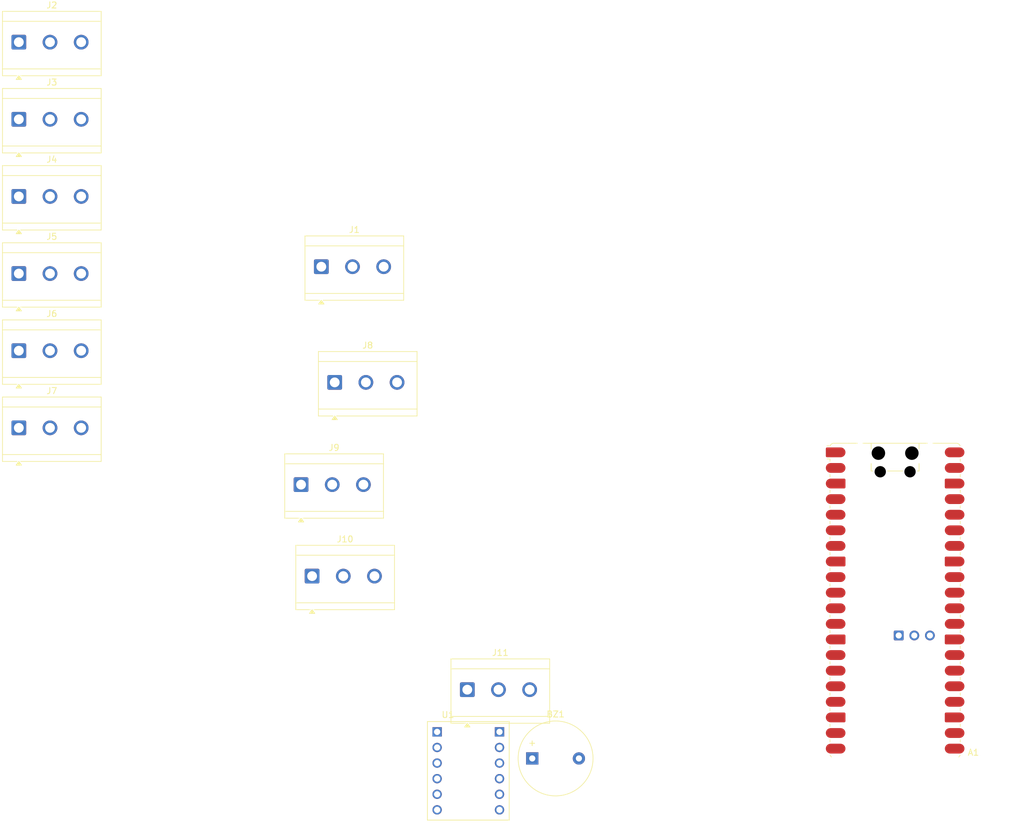
<source format=kicad_pcb>
(kicad_pcb (version 20241229) (generator "pcbnew") (generator_version "9.0")
  (layers (0 "F.Cu" signal) (2 "B.Cu" signal) (13 "F.Paste" user) (15 "B.Paste" user) (5 "F.SilkS" user "F.Silkscreen") (7 "B.SilkS" user "B.Silkscreen") (1 "F.Mask" user) (3 "B.Mask" user) (25 "Edge.Cuts" user))
  (net 0 "")
  (net 1 "eletroima_3v3")
  (net 2 "GND")
  (net 3 "5v")
  (net 5 "botao 1")
  (net 7 "step_X")
  (net 9 "sda display_3v3")
  (net 10 "mosi")
  (net 11 "dir_Y")
  (net 14 "step_Z")
  (net 15 "dir_Z")
  (net 16 "miso")
  (net 18 "CLK {slash} SCK")
  (net 20 "dir_X")
  (net 21 "sda{slash}CS")
  (net 23 "scl display_3v3")
  (net 24 "Net-(A1-GPIO12)")
  (net 26 "vcc")
  (net 28 "step_Y")
  (net 30 "botao 2")
  (net 33 "RST")
  (net 35 "3v3")
  (net 41 "scl display")
  (net 42 "sda display")
  (net 46 "eletroima")
  (footprint "TerminalBlock_CUI:TerminalBlock_CUI_TB007-508-03_1x03_P5.08mm_Horizontal" (layer "F.Cu") (at 52.34 42)
    (property "Reference" "J1" (at 5.38 -6.02 0) (layer "F.SilkS"))
    (property "Value" "TB007-508-03BE")
    (fp_line (start -2.66 -5.02) (end -2.66 5.47) (stroke (width 0.12)) (layer "F.SilkS"))
    (fp_line (start -2.66 -5.02) (end 13.42 -5.02) (stroke (width 0.12)) (layer "F.SilkS"))
    (fp_line (start -2.66 -3.4) (end 13.42 -3.4) (stroke (width 0.12)) (layer "F.SilkS"))
    (fp_line (start -2.66 4.35) (end 13.42 4.35) (stroke (width 0.12)) (layer "F.SilkS"))
    (fp_line (start -2.66 5.47) (end -0.3 5.47) (stroke (width 0.12)) (layer "F.SilkS"))
    (fp_line (start 0.3 5.47) (end 13.42 5.47) (stroke (width 0.12)) (layer "F.SilkS"))
    (fp_line (start 13.42 -5.02) (end 13.42 5.47) (stroke (width 0.12)) (layer "F.SilkS"))
    (fp_poly (pts (xy 0 5.47) (xy 0.44 6.08) (xy -0.44 6.08)) (stroke (width 0.12)) (fill yes) (layer "F.SilkS"))
    (pad "1" thru_hole roundrect (at 0 0) (size 2.4 2.4) (drill 1.6) (layers "*.Cu" "*.Mask") (roundrect_rratio 0.104167) (net 35 "3v3"))
    (pad "2" thru_hole circle (at 5.08 0) (size 2.4 2.4) (drill 1.6) (layers "*.Cu" "*.Mask"))
    (pad "3" thru_hole circle (at 10.16 0) (size 2.4 2.4) (drill 1.6) (layers "*.Cu" "*.Mask") (net 2 "GND"))
  )
  (footprint "TerminalBlock_CUI:TerminalBlock_CUI_TB007-508-03_1x03_P5.08mm_Horizontal" (layer "F.Cu") (at 54.52 60.8425)
    (property "Reference" "J8" (at 5.38 -6.02 0) (layer "F.SilkS"))
    (property "Value" "TB007-508-03BE")
    (fp_line (start -2.66 -5.02) (end -2.66 5.47) (stroke (width 0.12)) (layer "F.SilkS"))
    (fp_line (start -2.66 -5.02) (end 13.42 -5.02) (stroke (width 0.12)) (layer "F.SilkS"))
    (fp_line (start -2.66 -3.4) (end 13.42 -3.4) (stroke (width 0.12)) (layer "F.SilkS"))
    (fp_line (start -2.66 4.35) (end 13.42 4.35) (stroke (width 0.12)) (layer "F.SilkS"))
    (fp_line (start -2.66 5.47) (end -0.3 5.47) (stroke (width 0.12)) (layer "F.SilkS"))
    (fp_line (start 0.3 5.47) (end 13.42 5.47) (stroke (width 0.12)) (layer "F.SilkS"))
    (fp_line (start 13.42 -5.02) (end 13.42 5.47) (stroke (width 0.12)) (layer "F.SilkS"))
    (fp_poly (pts (xy 0 5.47) (xy 0.44 6.08) (xy -0.44 6.08)) (stroke (width 0.12)) (fill yes) (layer "F.SilkS"))
    (pad "1" thru_hole roundrect (at 0 0) (size 2.4 2.4) (drill 1.6) (layers "*.Cu" "*.Mask") (roundrect_rratio 0.104167) (net 16 "miso"))
    (pad "2" thru_hole circle (at 5.08 0) (size 2.4 2.4) (drill 1.6) (layers "*.Cu" "*.Mask"))
    (pad "3" thru_hole circle (at 10.16 0) (size 2.4 2.4) (drill 1.6) (layers "*.Cu" "*.Mask") (net 33 "RST"))
  )
  (footprint "TerminalBlock_CUI:TerminalBlock_CUI_TB007-508-03_1x03_P5.08mm_Horizontal" (layer "F.Cu") (at 3.065 68.25)
    (property "Reference" "J7" (at 5.38 -6.02 0) (layer "F.SilkS"))
    (property "Value" "TB007-508-03BE")
    (fp_line (start -2.66 -5.02) (end -2.66 5.47) (stroke (width 0.12)) (layer "F.SilkS"))
    (fp_line (start -2.66 -5.02) (end 13.42 -5.02) (stroke (width 0.12)) (layer "F.SilkS"))
    (fp_line (start -2.66 -3.4) (end 13.42 -3.4) (stroke (width 0.12)) (layer "F.SilkS"))
    (fp_line (start -2.66 4.35) (end 13.42 4.35) (stroke (width 0.12)) (layer "F.SilkS"))
    (fp_line (start -2.66 5.47) (end -0.3 5.47) (stroke (width 0.12)) (layer "F.SilkS"))
    (fp_line (start 0.3 5.47) (end 13.42 5.47) (stroke (width 0.12)) (layer "F.SilkS"))
    (fp_line (start 13.42 -5.02) (end 13.42 5.47) (stroke (width 0.12)) (layer "F.SilkS"))
    (fp_poly (pts (xy 0 5.47) (xy 0.44 6.08) (xy -0.44 6.08)) (stroke (width 0.12)) (fill yes) (layer "F.SilkS"))
    (pad "1" thru_hole roundrect (at 0 0) (size 2.4 2.4) (drill 1.6) (layers "*.Cu" "*.Mask") (roundrect_rratio 0.104167) (net 15 "dir_Z"))
    (pad "2" thru_hole circle (at 5.08 0) (size 2.4 2.4) (drill 1.6) (layers "*.Cu" "*.Mask"))
    (pad "3" thru_hole circle (at 10.16 0) (size 2.4 2.4) (drill 1.6) (layers "*.Cu" "*.Mask") (net 14 "step_Z"))
  )
  (footprint "TerminalBlock_CUI:TerminalBlock_CUI_TB007-508-03_1x03_P5.08mm_Horizontal" (layer "F.Cu") (at 3.065 30.555)
    (property "Reference" "J4" (at 5.38 -6.02 0) (layer "F.SilkS"))
    (property "Value" "TB007-508-03BE")
    (fp_line (start -2.66 -5.02) (end -2.66 5.47) (stroke (width 0.12)) (layer "F.SilkS"))
    (fp_line (start -2.66 -5.02) (end 13.42 -5.02) (stroke (width 0.12)) (layer "F.SilkS"))
    (fp_line (start -2.66 -3.4) (end 13.42 -3.4) (stroke (width 0.12)) (layer "F.SilkS"))
    (fp_line (start -2.66 4.35) (end 13.42 4.35) (stroke (width 0.12)) (layer "F.SilkS"))
    (fp_line (start -2.66 5.47) (end -0.3 5.47) (stroke (width 0.12)) (layer "F.SilkS"))
    (fp_line (start 0.3 5.47) (end 13.42 5.47) (stroke (width 0.12)) (layer "F.SilkS"))
    (fp_line (start 13.42 -5.02) (end 13.42 5.47) (stroke (width 0.12)) (layer "F.SilkS"))
    (fp_poly (pts (xy 0 5.47) (xy 0.44 6.08) (xy -0.44 6.08)) (stroke (width 0.12)) (fill yes) (layer "F.SilkS"))
    (pad "1" thru_hole roundrect (at 0 0) (size 2.4 2.4) (drill 1.6) (layers "*.Cu" "*.Mask") (roundrect_rratio 0.104167))
    (pad "2" thru_hole circle (at 5.08 0) (size 2.4 2.4) (drill 1.6) (layers "*.Cu" "*.Mask"))
    (pad "3" thru_hole circle (at 10.16 0) (size 2.4 2.4) (drill 1.6) (layers "*.Cu" "*.Mask") (net 46 "eletroima"))
  )
  (footprint "TerminalBlock_CUI:TerminalBlock_CUI_TB007-508-03_1x03_P5.08mm_Horizontal" (layer "F.Cu") (at 3.065 5.425)
    (property "Reference" "J2" (at 5.38 -6.02 0) (layer "F.SilkS"))
    (property "Value" "TB007-508-03BE")
    (fp_line (start -2.66 -5.02) (end -2.66 5.47) (stroke (width 0.12)) (layer "F.SilkS"))
    (fp_line (start -2.66 -5.02) (end 13.42 -5.02) (stroke (width 0.12)) (layer "F.SilkS"))
    (fp_line (start -2.66 -3.4) (end 13.42 -3.4) (stroke (width 0.12)) (layer "F.SilkS"))
    (fp_line (start -2.66 4.35) (end 13.42 4.35) (stroke (width 0.12)) (layer "F.SilkS"))
    (fp_line (start -2.66 5.47) (end -0.3 5.47) (stroke (width 0.12)) (layer "F.SilkS"))
    (fp_line (start 0.3 5.47) (end 13.42 5.47) (stroke (width 0.12)) (layer "F.SilkS"))
    (fp_line (start 13.42 -5.02) (end 13.42 5.47) (stroke (width 0.12)) (layer "F.SilkS"))
    (fp_poly (pts (xy 0 5.47) (xy 0.44 6.08) (xy -0.44 6.08)) (stroke (width 0.12)) (fill yes) (layer "F.SilkS"))
    (pad "1" thru_hole roundrect (at 0 0) (size 2.4 2.4) (drill 1.6) (layers "*.Cu" "*.Mask") (roundrect_rratio 0.104167) (net 2 "GND"))
    (pad "2" thru_hole circle (at 5.08 0) (size 2.4 2.4) (drill 1.6) (layers "*.Cu" "*.Mask"))
    (pad "3" thru_hole circle (at 10.16 0) (size 2.4 2.4) (drill 1.6) (layers "*.Cu" "*.Mask") (net 3 "5v"))
  )
  (footprint "level_shifter:CONV_BOB-12009_level_shifter" (layer "F.Cu") (at 76.285 124.125)
    (property "Reference" "U1" (at -3.325 -9.135 0) (layer "F.SilkS"))
    (property "Value" "logic_level_conversor")
    (fp_line (start -6.665 -8.025) (end 6.665 -8.025) (stroke (width 0.127)) (layer "F.SilkS"))
    (fp_line (start -6.665 8.025) (end -6.665 -8.025) (stroke (width 0.127)) (layer "F.SilkS"))
    (fp_line (start 6.665 -8.025) (end 6.665 8.025) (stroke (width 0.127)) (layer "F.SilkS"))
    (fp_line (start 6.665 8.025) (end -6.665 8.025) (stroke (width 0.127)) (layer "F.SilkS"))
    (pad "GND_1" thru_hole circle (at 5.08 1.27) (size 1.524 1.524) (drill 1.016) (layers "*.Cu" "*.Mask") (net 2 "GND"))
    (pad "GND_2" thru_hole circle (at -5.08 1.27) (size 1.524 1.524) (drill 1.016) (layers "*.Cu" "*.Mask") (net 2 "GND"))
    (pad "HV" thru_hole circle (at 5.08 -1.27) (size 1.524 1.524) (drill 1.016) (layers "*.Cu" "*.Mask") (net 3 "5v"))
    (pad "HV1" thru_hole rect (at 5.08 -6.35) (size 1.524 1.524) (drill 1.016) (layers "*.Cu" "*.Mask") (net 41 "scl display"))
    (pad "HV2" thru_hole circle (at 5.08 -3.81) (size 1.524 1.524) (drill 1.016) (layers "*.Cu" "*.Mask") (net 42 "sda display"))
    (pad "HV3" thru_hole circle (at 5.08 3.81) (size 1.524 1.524) (drill 1.016) (layers "*.Cu" "*.Mask") (net 46 "eletroima"))
    (pad "HV4" thru_hole circle (at 5.08 6.35) (size 1.524 1.524) (drill 1.016) (layers "*.Cu" "*.Mask"))
    (pad "LV" thru_hole circle (at -5.08 -1.27) (size 1.524 1.524) (drill 1.016) (layers "*.Cu" "*.Mask") (net 35 "3v3"))
    (pad "LV1" thru_hole rect (at -5.08 -6.35) (size 1.524 1.524) (drill 1.016) (layers "*.Cu" "*.Mask") (net 23 "scl display_3v3"))
    (pad "LV2" thru_hole circle (at -5.08 -3.81) (size 1.524 1.524) (drill 1.016) (layers "*.Cu" "*.Mask") (net 9 "sda display_3v3"))
    (pad "LV3" thru_hole circle (at -5.08 3.81) (size 1.524 1.524) (drill 1.016) (layers "*.Cu" "*.Mask") (net 1 "eletroima_3v3"))
    (pad "LV4" thru_hole circle (at -5.08 6.35) (size 1.524 1.524) (drill 1.016) (layers "*.Cu" "*.Mask"))
  )
  (footprint "Buzzer_Beeper:Buzzer_12x9.5RM7.6" (layer "F.Cu") (at 86.7 122.1)
    (property "Reference" "BZ1" (at 3.8 -7.2 0) (layer "F.SilkS"))
    (property "Value" "Buzzer")
    (fp_circle (center 3.8 0) (end 9.9 0) (stroke (width 0.12)) (fill no) (layer "F.SilkS"))
    (fp_text user "+" (at -0.01 -2.54 0) (layer "F.SilkS"))
    (pad "1" thru_hole rect (at 0 0) (size 2 2) (drill 1) (layers "*.Cu" "*.Mask") (net 24 "Net-(A1-GPIO12)"))
    (pad "2" thru_hole circle (at 7.6 0) (size 2 2) (drill 1) (layers "*.Cu" "*.Mask") (net 2 "GND"))
  )
  (footprint "Module:RaspberryPi_Pico_W_SMD_HandSolder" (layer "F.Cu") (at 145.81 96.37)
    (property "Reference" "A1" (at 11.7475 24.765 0) (layer "F.SilkS") (effects (justify left)))
    (property "Value" "RaspberryPi_Pico_W")
    (fp_line (start -10.61 -23.07) (end -11.09 -23.07) (stroke (width 0.12)) (layer "F.SilkS"))
    (fp_line (start -10.61 -23.07) (end -10.61 -22.65) (stroke (width 0.12)) (layer "F.SilkS"))
    (fp_line (start -10.61 -20.53) (end -10.61 -20.11) (stroke (width 0.12)) (layer "F.SilkS"))
    (fp_line (start -10.61 -17.99) (end -10.61 -17.57) (stroke (width 0.12)) (layer "F.SilkS"))
    (fp_line (start -10.61 -15.45) (end -10.61 -15.03) (stroke (width 0.12)) (layer "F.SilkS"))
    (fp_line (start -10.61 -12.91) (end -10.61 -12.49) (stroke (width 0.12)) (layer "F.SilkS"))
    (fp_line (start -10.61 -10.37) (end -10.61 -9.95) (stroke (width 0.12)) (layer "F.SilkS"))
    (fp_line (start -10.61 -7.83) (end -10.61 -7.41) (stroke (width 0.12)) (layer "F.SilkS"))
    (fp_line (start -10.61 -5.29) (end -10.61 -4.87) (stroke (width 0.12)) (layer "F.SilkS"))
    (fp_line (start -10.61 -2.75) (end -10.61 -2.33) (stroke (width 0.12)) (layer "F.SilkS"))
    (fp_line (start -10.61 -0.21) (end -10.61 0.21) (stroke (width 0.12)) (layer "F.SilkS"))
    (fp_line (start -10.61 2.33) (end -10.61 2.75) (stroke (width 0.12)) (layer "F.SilkS"))
    (fp_line (start -10.61 4.87) (end -10.61 5.29) (stroke (width 0.12)) (layer "F.SilkS"))
    (fp_line (start -10.61 7.41) (end -10.61 7.83) (stroke (width 0.12)) (layer "F.SilkS"))
    (fp_line (start -10.61 9.95) (end -10.61 10.37) (stroke (width 0.12)) (layer "F.SilkS"))
    (fp_line (start -10.61 12.49) (end -10.61 12.91) (stroke (width 0.12)) (layer "F.SilkS"))
    (fp_line (start -10.61 15.03) (end -10.61 15.45) (stroke (width 0.12)) (layer "F.SilkS"))
    (fp_line (start -10.61 17.57) (end -10.61 17.99) (stroke (width 0.12)) (layer "F.SilkS"))
    (fp_line (start -10.61 20.11) (end -10.61 20.53) (stroke (width 0.12)) (layer "F.SilkS"))
    (fp_line (start -10.61 22.65) (end -10.61 23.07) (stroke (width 0.12)) (layer "F.SilkS"))
    (fp_line (start -10.579676 -25.19) (end -11.09 -25.19) (stroke (width 0.12)) (layer "F.SilkS"))
    (fp_line (start -10 -25.61) (end -7.51 -25.61) (stroke (width 0.12)) (layer "F.SilkS"))
    (fp_line (start -7.51 -25.61) (end -6.16206 -25.61) (stroke (width 0.12)) (layer "F.SilkS"))
    (fp_line (start -5.237939 -25.61) (end -4.235 -25.61) (stroke (width 0.12)) (layer "F.SilkS"))
    (fp_line (start -4.235 -25.61) (end 4.235 -25.61) (stroke (width 0.12)) (layer "F.SilkS"))
    (fp_line (start -3.9 -25.61) (end -3.9 -24.694) (stroke (width 0.12)) (layer "F.SilkS"))
    (fp_line (start -3.9 -22.306) (end -3.9 -21.09) (stroke (width 0.12)) (layer "F.SilkS"))
    (fp_line (start -3.9 -21.09) (end -3.60391 -21.09) (stroke (width 0.12)) (layer "F.SilkS"))
    (fp_line (start -1.24609 -21.09) (end 1.24609 -21.09) (stroke (width 0.12)) (layer "F.SilkS"))
    (fp_line (start 3.60391 -21.09) (end 3.9 -21.09) (stroke (width 0.12)) (layer "F.SilkS"))
    (fp_line (start 3.9 -25.61) (end 3.9 -24.694) (stroke (width 0.12)) (layer "F.SilkS"))
    (fp_line (start 3.9 -22.306) (end 3.9 -21.09) (stroke (width 0.12)) (layer "F.SilkS"))
    (fp_line (start 4.235 -25.61) (end 5.237939 -25.61) (stroke (width 0.12)) (layer "F.SilkS"))
    (fp_line (start 6.162061 -25.61) (end 7.51 -25.61) (stroke (width 0.12)) (layer "F.SilkS"))
    (fp_line (start 10 -25.61) (end 7.51 -25.61) (stroke (width 0.12)) (layer "F.SilkS"))
    (fp_line (start 10.61 -23.07) (end 10.61 -22.65) (stroke (width 0.12)) (layer "F.SilkS"))
    (fp_line (start 10.61 -20.53) (end 10.61 -20.11) (stroke (width 0.12)) (layer "F.SilkS"))
    (fp_line (start 10.61 -17.99) (end 10.61 -17.57) (stroke (width 0.12)) (layer "F.SilkS"))
    (fp_line (start 10.61 -15.45) (end 10.61 -15.03) (stroke (width 0.12)) (layer "F.SilkS"))
    (fp_line (start 10.61 -12.91) (end 10.61 -12.49) (stroke (width 0.12)) (layer "F.SilkS"))
    (fp_line (start 10.61 -10.37) (end 10.61 -9.95) (stroke (width 0.12)) (layer "F.SilkS"))
    (fp_line (start 10.61 -7.83) (end 10.61 -7.41) (stroke (width 0.12)) (layer "F.SilkS"))
    (fp_line (start 10.61 -5.29) (end 10.61 -4.87) (stroke (width 0.12)) (layer "F.SilkS"))
    (fp_line (start 10.61 -2.75) (end 10.61 -2.33) (stroke (width 0.12)) (layer "F.SilkS"))
    (fp_line (start 10.61 -0.21) (end 10.61 0.21) (stroke (width 0.12)) (layer "F.SilkS"))
    (fp_line (start 10.61 2.33) (end 10.61 2.75) (stroke (width 0.12)) (layer "F.SilkS"))
    (fp_line (start 10.61 4.87) (end 10.61 5.29) (stroke (width 0.12)) (layer "F.SilkS"))
    (fp_line (start 10.61 7.41) (end 10.61 7.83) (stroke (width 0.12)) (layer "F.SilkS"))
    (fp_line (start 10.61 9.95) (end 10.61 10.37) (stroke (width 0.12)) (layer "F.SilkS"))
    (fp_line (start 10.61 12.49) (end 10.61 12.91) (stroke (width 0.12)) (layer "F.SilkS"))
    (fp_line (start 10.61 15.03) (end 10.61 15.45) (stroke (width 0.12)) (layer "F.SilkS"))
    (fp_line (start 10.61 17.57) (end 10.61 17.99) (stroke (width 0.12)) (layer "F.SilkS"))
    (fp_line (start 10.61 20.11) (end 10.61 20.53) (stroke (width 0.12)) (layer "F.SilkS"))
    (fp_line (start 10.61 22.65) (end 10.61 23.07) (stroke (width 0.12)) (layer "F.SilkS"))
    (fp_arc (start -10.579676 -25.19) (mid -10.357938 -25.493944) (end -10 -25.61) (stroke (width 0.12)) (layer "F.SilkS"))
    (fp_arc (start -10.363318 25.49) (mid -10.494791 25.356765) (end -10.579676 25.189937) (stroke (width 0.12)) (layer "F.SilkS"))
    (fp_arc (start 10 -25.61) (mid 10.357937 -25.493944) (end 10.579676 -25.189937) (stroke (width 0.12)) (layer "F.SilkS"))
    (fp_arc (start 10.579676 25.189937) (mid 10.494803 25.356773) (end 10.363318 25.49) (stroke (width 0.12)) (layer "F.SilkS"))
    (pad "" smd rect (at -8.89 -24.13) (size 3.8 2.2) (drill (offset -0.8 0)) (layers "F.Paste"))
    (pad "" smd rect (at -8.89 -21.59) (size 3.8 2.2) (drill (offset -0.8 0)) (layers "F.Paste"))
    (pad "" smd rect (at -8.89 -19.05) (size 3.8 2.2) (drill (offset -0.8 0)) (layers "F.Paste"))
    (pad "" smd rect (at -8.89 -16.51) (size 3.8 2.2) (drill (offset -0.8 0)) (layers "F.Paste"))
    (pad "" smd rect (at -8.89 -13.97) (size 3.8 2.2) (drill (offset -0.8 0)) (layers "F.Paste"))
    (pad "" smd rect (at -8.89 -11.43) (size 3.8 2.2) (drill (offset -0.8 0)) (layers "F.Paste"))
    (pad "" smd rect (at -8.89 -8.89) (size 3.8 2.2) (drill (offset -0.8 0)) (layers "F.Paste"))
    (pad "" smd rect (at -8.89 -6.35) (size 3.8 2.2) (drill (offset -0.8 0)) (layers "F.Paste"))
    (pad "" smd rect (at -8.89 -3.81) (size 3.8 2.2) (drill (offset -0.8 0)) (layers "F.Paste"))
    (pad "" smd rect (at -8.89 -1.27) (size 3.8 2.2) (drill (offset -0.8 0)) (layers "F.Paste"))
    (pad "" smd rect (at -8.89 1.27) (size 3.8 2.2) (drill (offset -0.8 0)) (layers "F.Paste"))
    (pad "" smd rect (at -8.89 3.81) (size 3.8 2.2) (drill (offset -0.8 0)) (layers "F.Paste"))
    (pad "" smd rect (at -8.89 6.35) (size 3.8 2.2) (drill (offset -0.8 0)) (layers "F.Paste"))
    (pad "" smd rect (at -8.89 8.89) (size 3.8 2.2) (drill (offset -0.8 0)) (layers "F.Paste"))
    (pad "" smd rect (at -8.89 11.43) (size 3.8 2.2) (drill (offset -0.8 0)) (layers "F.Paste"))
    (pad "" smd rect (at -8.89 13.97) (size 3.8 2.2) (drill (offset -0.8 0)) (layers "F.Paste"))
    (pad "" smd rect (at -8.89 16.51) (size 3.8 2.2) (drill (offset -0.8 0)) (layers "F.Paste"))
    (pad "" smd rect (at -8.89 19.05) (size 3.8 2.2) (drill (offset -0.8 0)) (layers "F.Paste"))
    (pad "" smd rect (at -8.89 21.59) (size 3.8 2.2) (drill (offset -0.8 0)) (layers "F.Paste"))
    (pad "" smd rect (at -8.89 24.13) (size 3.8 2.2) (drill (offset -0.8 0)) (layers "F.Paste"))
    (pad "" np_thru_hole circle (at -2.725 -24) (size 2.2 2.2) (drill 2.2) (layers "*.Mask"))
    (pad "" np_thru_hole circle (at -2.425 -20.97) (size 1.85 1.85) (drill 1.85) (layers "*.Mask"))
    (pad "" np_thru_hole circle (at 2.425 -20.97) (size 1.85 1.85) (drill 1.85) (layers "*.Mask"))
    (pad "" np_thru_hole circle (at 2.725 -24) (size 2.2 2.2) (drill 2.2) (layers "*.Mask"))
    (pad "" smd rect (at 8.89 -24.13) (size 3.8 2.2) (drill (offset 0.8 0)) (layers "F.Paste"))
    (pad "" smd rect (at 8.89 -21.59) (size 3.8 2.2) (drill (offset 0.8 0)) (layers "F.Paste"))
    (pad "" smd rect (at 8.89 -19.05) (size 3.8 2.2) (drill (offset 0.8 0)) (layers "F.Paste"))
    (pad "" smd rect (at 8.89 -16.51) (size 3.8 2.2) (drill (offset 0.8 0)) (layers "F.Paste"))
    (pad "" smd rect (at 8.89 -13.97) (size 3.8 2.2) (drill (offset 0.8 0)) (layers "F.Paste"))
    (pad "" smd rect (at 8.89 -11.43) (size 3.8 2.2) (drill (offset 0.8 0)) (layers "F.Paste"))
    (pad "" smd rect (at 8.89 -8.89) (size 3.8 2.2) (drill (offset 0.8 0)) (layers "F.Paste"))
    (pad "" smd rect (at 8.89 -6.35) (size 3.8 2.2) (drill (offset 0.8 0)) (layers "F.Paste"))
    (pad "" smd rect (at 8.89 -3.81) (size 3.8 2.2) (drill (offset 0.8 0)) (layers "F.Paste"))
    (pad "" smd rect (at 8.89 -1.27) (size 3.8 2.2) (drill (offset 0.8 0)) (layers "F.Paste"))
    (pad "" smd rect (at 8.89 1.27) (size 3.8 2.2) (drill (offset 0.8 0)) (layers "F.Paste"))
    (pad "" smd rect (at 8.89 3.81) (size 3.8 2.2) (drill (offset 0.8 0)) (layers "F.Paste"))
    (pad "" smd rect (at 8.89 6.35) (size 3.8 2.2) (drill (offset 0.8 0)) (layers "F.Paste"))
    (pad "" smd rect (at 8.89 8.89) (size 3.8 2.2) (drill (offset 0.8 0)) (layers "F.Paste"))
    (pad "" smd rect (at 8.89 11.43) (size 3.8 2.2) (drill (offset 0.8 0)) (layers "F.Paste"))
    (pad "" smd rect (at 8.89 13.97) (size 3.8 2.2) (drill (offset 0.8 0)) (layers "F.Paste"))
    (pad "" smd rect (at 8.89 16.51) (size 3.8 2.2) (drill (offset 0.8 0)) (layers "F.Paste"))
    (pad "" smd rect (at 8.89 19.05) (size 3.8 2.2) (drill (offset 0.8 0)) (layers "F.Paste"))
    (pad "" smd rect (at 8.89 21.59) (size 3.8 2.2) (drill (offset 0.8 0)) (layers "F.Paste"))
    (pad "" smd rect (at 8.89 24.13) (size 3.8 2.2) (drill (offset 0.8 0)) (layers "F.Paste"))
    (pad "1" smd custom (at -9.69 -24.13) (size 1.6 0.8) (layers "F.Cu" "F.Mask") (options (clearance outline) (anchor rect)) (primitives (gr_circle (center 0.8 0) (end 1.6 0) (width 0) (fill yes)) (gr_poly (pts (xy -1.6 -0.6) (xy -1.6 0.6) (xy -1.4 0.8) (xy 0.8 0.8) (xy 0.8 -0.8) (xy -1.4 -0.8)) (width 0) (fill yes)) (gr_circle (center -1.4 -0.6) (end -1.2 -0.6) (width 0) (fill yes)) (gr_circle (center -1.4 0.6) (end -1.2 0.6) (width 0) (fill yes))))
    (pad "2" smd roundrect (at -9.69 -21.59) (size 3.2 1.6) (layers "F.Cu" "F.Mask") (roundrect_rratio 0.5) (net 7 "step_X"))
    (pad "3" smd custom (at -9.69 -19.05) (size 1.6 0.8) (layers "F.Cu" "F.Mask") (net 2 "GND") (options (clearance outline) (anchor rect)) (primitives (gr_circle (center -0.8 0) (end 0 0) (width 0) (fill yes)) (gr_poly (pts (xy 1.6 -0.6) (xy 1.6 0.6) (xy 1.4 0.8) (xy -0.8 0.8) (xy -0.8 -0.8) (xy 1.4 -0.8)) (width 0) (fill yes)) (gr_circle (center 1.4 -0.6) (end 1.6 -0.6) (width 0) (fill yes)) (gr_circle (center 1.4 0.6) (end 1.6 0.6) (width 0) (fill yes))))
    (pad "4" smd roundrect (at -9.69 -16.51) (size 3.2 1.6) (layers "F.Cu" "F.Mask") (roundrect_rratio 0.5) (net 20 "dir_X"))
    (pad "5" smd roundrect (at -9.69 -13.97) (size 3.2 1.6) (layers "F.Cu" "F.Mask") (roundrect_rratio 0.5) (net 33 "RST"))
    (pad "6" smd roundrect (at -9.69 -11.43) (size 3.2 1.6) (layers "F.Cu" "F.Mask") (roundrect_rratio 0.5))
    (pad "7" smd roundrect (at -9.69 -8.89) (size 3.2 1.6) (layers "F.Cu" "F.Mask") (roundrect_rratio 0.5) (net 5 "botao 1"))
    (pad "8" smd custom (at -9.69 -6.35) (size 1.6 0.8) (layers "F.Cu" "F.Mask") (net 2 "GND") (options (clearance outline) (anchor rect)) (primitives (gr_circle (center -0.8 0) (end 0 0) (width 0) (fill yes)) (gr_poly (pts (xy 1.6 -0.6) (xy 1.6 0.6) (xy 1.4 0.8) (xy -0.8 0.8) (xy -0.8 -0.8) (xy 1.4 -0.8)) (width 0) (fill yes)) (gr_circle (center 1.4 -0.6) (end 1.6 -0.6) (width 0) (fill yes)) (gr_circle (center 1.4 0.6) (end 1.6 0.6) (width 0) (fill yes))))
    (pad "9" smd roundrect (at -9.69 -3.81) (size 3.2 1.6) (layers "F.Cu" "F.Mask") (roundrect_rratio 0.5) (net 30 "botao 2"))
    (pad "10" smd roundrect (at -9.69 -1.27) (size 3.2 1.6) (layers "F.Cu" "F.Mask") (roundrect_rratio 0.5) (net 1 "eletroima_3v3"))
    (pad "11" smd roundrect (at -9.69 1.27) (size 3.2 1.6) (layers "F.Cu" "F.Mask") (roundrect_rratio 0.5) (net 9 "sda display_3v3"))
    (pad "12" smd roundrect (at -9.69 3.81) (size 3.2 1.6) (layers "F.Cu" "F.Mask") (roundrect_rratio 0.5) (net 23 "scl display_3v3"))
    (pad "13" smd custom (at -9.69 6.35) (size 1.6 0.8) (layers "F.Cu" "F.Mask") (net 2 "GND") (options (clearance outline) (anchor rect)) (primitives (gr_circle (center -0.8 0) (end 0 0) (width 0) (fill yes)) (gr_poly (pts (xy 1.6 -0.6) (xy 1.6 0.6) (xy 1.4 0.8) (xy -0.8 0.8) (xy -0.8 -0.8) (xy 1.4 -0.8)) (width 0) (fill yes)) (gr_circle (center 1.4 -0.6) (end 1.6 -0.6) (width 0) (fill yes)) (gr_circle (center 1.4 0.6) (end 1.6 0.6) (width 0) (fill yes))))
    (pad "14" smd roundrect (at -9.69 8.89) (size 3.2 1.6) (layers "F.Cu" "F.Mask") (roundrect_rratio 0.5))
    (pad "15" smd roundrect (at -9.69 11.43) (size 3.2 1.6) (layers "F.Cu" "F.Mask") (roundrect_rratio 0.5))
    (pad "16" smd roundrect (at -9.69 13.97) (size 3.2 1.6) (layers "F.Cu" "F.Mask") (roundrect_rratio 0.5) (net 24 "Net-(A1-GPIO12)"))
    (pad "17" smd roundrect (at -9.69 16.51) (size 3.2 1.6) (layers "F.Cu" "F.Mask") (roundrect_rratio 0.5))
    (pad "18" smd custom (at -9.69 19.05) (size 1.6 0.8) (layers "F.Cu" "F.Mask") (net 2 "GND") (options (clearance outline) (anchor rect)) (primitives (gr_circle (center -0.8 0) (end 0 0) (width 0) (fill yes)) (gr_poly (pts (xy 1.6 -0.6) (xy 1.6 0.6) (xy 1.4 0.8) (xy -0.8 0.8) (xy -0.8 -0.8) (xy 1.4 -0.8)) (width 0) (fill yes)) (gr_circle (center 1.4 -0.6) (end 1.6 -0.6) (width 0) (fill yes)) (gr_circle (center 1.4 0.6) (end 1.6 0.6) (width 0) (fill yes))))
    (pad "19" smd roundrect (at -9.69 21.59) (size 3.2 1.6) (layers "F.Cu" "F.Mask") (roundrect_rratio 0.5) (net 28 "step_Y"))
    (pad "20" smd roundrect (at -9.69 24.13) (size 3.2 1.6) (layers "F.Cu" "F.Mask") (roundrect_rratio 0.5) (net 11 "dir_Y"))
    (pad "21" smd roundrect (at 9.69 24.13) (size 3.2 1.6) (layers "F.Cu" "F.Mask") (roundrect_rratio 0.5) (net 16 "miso"))
    (pad "22" smd roundrect (at 9.69 21.59) (size 3.2 1.6) (layers "F.Cu" "F.Mask") (roundrect_rratio 0.5) (net 21 "sda{slash}CS"))
    (pad "23" smd custom (at 9.69 19.05) (size 1.6 0.8) (layers "F.Cu" "F.Mask") (net 2 "GND") (options (clearance outline) (anchor rect)) (primitives (gr_circle (center 0.8 0) (end 1.6 0) (width 0) (fill yes)) (gr_poly (pts (xy -1.6 -0.6) (xy -1.6 0.6) (xy -1.4 0.8) (xy 0.8 0.8) (xy 0.8 -0.8) (xy -1.4 -0.8)) (width 0) (fill yes)) (gr_circle (center -1.4 -0.6) (end -1.2 -0.6) (width 0) (fill yes)) (gr_circle (center -1.4 0.6) (end -1.2 0.6) (width 0) (fill yes))))
    (pad "24" smd roundrect (at 9.69 16.51) (size 3.2 1.6) (layers "F.Cu" "F.Mask") (roundrect_rratio 0.5) (net 18 "CLK {slash} SCK"))
    (pad "25" smd roundrect (at 9.69 13.97) (size 3.2 1.6) (layers "F.Cu" "F.Mask") (roundrect_rratio 0.5) (net 10 "mosi"))
    (pad "26" smd roundrect (at 9.69 11.43) (size 3.2 1.6) (layers "F.Cu" "F.Mask") (roundrect_rratio 0.5))
    (pad "27" smd roundrect (at 9.69 8.89) (size 3.2 1.6) (layers "F.Cu" "F.Mask") (roundrect_rratio 0.5) (net 14 "step_Z"))
    (pad "28" smd custom (at 9.69 6.35) (size 1.6 0.8) (layers "F.Cu" "F.Mask") (net 2 "GND") (options (clearance outline) (anchor rect)) (primitives (gr_circle (center 0.8 0) (end 1.6 0) (width 0) (fill yes)) (gr_poly (pts (xy -1.6 -0.6) (xy -1.6 0.6) (xy -1.4 0.8) (xy 0.8 0.8) (xy 0.8 -0.8) (xy -1.4 -0.8)) (width 0) (fill yes)) (gr_circle (center -1.4 -0.6) (end -1.2 -0.6) (width 0) (fill yes)) (gr_circle (center -1.4 0.6) (end -1.2 0.6) (width 0) (fill yes))))
    (pad "29" smd roundrect (at 9.69 3.81) (size 3.2 1.6) (layers "F.Cu" "F.Mask") (roundrect_rratio 0.5) (net 15 "dir_Z"))
    (pad "30" smd roundrect (at 9.69 1.27) (size 3.2 1.6) (layers "F.Cu" "F.Mask") (roundrect_rratio 0.5))
    (pad "31" smd roundrect (at 9.69 -1.27) (size 3.2 1.6) (layers "F.Cu" "F.Mask") (roundrect_rratio 0.5))
    (pad "32" smd roundrect (at 9.69 -3.81) (size 3.2 1.6) (layers "F.Cu" "F.Mask") (roundrect_rratio 0.5))
    (pad "33" smd custom (at 9.69 -6.35) (size 1.6 0.8) (layers "F.Cu" "F.Mask") (options (clearance outline) (anchor rect)) (primitives (gr_circle (center 0.8 0) (end 1.6 0) (width 0) (fill yes)) (gr_poly (pts (xy -1.6 -0.6) (xy -1.6 0.6) (xy -1.4 0.8) (xy 0.8 0.8) (xy 0.8 -0.8) (xy -1.4 -0.8)) (width 0) (fill yes)) (gr_circle (center -1.4 -0.6) (end -1.2 -0.6) (width 0) (fill yes)) (gr_circle (center -1.4 0.6) (end -1.2 0.6) (width 0) (fill yes))))
    (pad "34" smd roundrect (at 9.69 -8.89) (size 3.2 1.6) (layers "F.Cu" "F.Mask") (roundrect_rratio 0.5))
    (pad "35" smd roundrect (at 9.69 -11.43) (size 3.2 1.6) (layers "F.Cu" "F.Mask") (roundrect_rratio 0.5))
    (pad "36" smd roundrect (at 9.69 -13.97) (size 3.2 1.6) (layers "F.Cu" "F.Mask") (roundrect_rratio 0.5) (net 26 "vcc"))
    (pad "37" smd roundrect (at 9.69 -16.51) (size 3.2 1.6) (layers "F.Cu" "F.Mask") (roundrect_rratio 0.5) (net 26 "vcc"))
    (pad "38" smd custom (at 9.69 -19.05) (size 1.6 0.8) (layers "F.Cu" "F.Mask") (net 2 "GND") (options (clearance outline) (anchor rect)) (primitives (gr_circle (center 0.8 0) (end 1.6 0) (width 0) (fill yes)) (gr_poly (pts (xy -1.6 -0.6) (xy -1.6 0.6) (xy -1.4 0.8) (xy 0.8 0.8) (xy 0.8 -0.8) (xy -1.4 -0.8)) (width 0) (fill yes)) (gr_circle (center -1.4 -0.6) (end -1.2 -0.6) (width 0) (fill yes)) (gr_circle (center -1.4 0.6) (end -1.2 0.6) (width 0) (fill yes))))
    (pad "39" smd roundrect (at 9.69 -21.59) (size 3.2 1.6) (layers "F.Cu" "F.Mask") (roundrect_rratio 0.5))
    (pad "40" smd roundrect (at 9.69 -24.13) (size 3.2 1.6) (layers "F.Cu" "F.Mask") (roundrect_rratio 0.5) (net 3 "5v"))
    (pad "D1" thru_hole roundrect (at 0.5841 5.7) (size 1.6 1.6) (drill 1) (layers "*.Cu" "*.Mask") (roundrect_rratio 0.125))
    (pad "D2" thru_hole circle (at 3.1241 5.7) (size 1.6 1.6) (drill 1) (layers "*.Cu" "*.Mask"))
    (pad "D3" thru_hole circle (at 5.6641 5.7) (size 1.6 1.6) (drill 1) (layers "*.Cu" "*.Mask"))
  )
  (footprint "TerminalBlock_CUI:TerminalBlock_CUI_TB007-508-03_1x03_P5.08mm_Horizontal" (layer "F.Cu") (at 3.065 43.12)
    (property "Reference" "J5" (at 5.38 -6.02 0) (layer "F.SilkS"))
    (property "Value" "TB007-508-03BE")
    (fp_line (start -2.66 -5.02) (end -2.66 5.47) (stroke (width 0.12)) (layer "F.SilkS"))
    (fp_line (start -2.66 -5.02) (end 13.42 -5.02) (stroke (width 0.12)) (layer "F.SilkS"))
    (fp_line (start -2.66 -3.4) (end 13.42 -3.4) (stroke (width 0.12)) (layer "F.SilkS"))
    (fp_line (start -2.66 4.35) (end 13.42 4.35) (stroke (width 0.12)) (layer "F.SilkS"))
    (fp_line (start -2.66 5.47) (end -0.3 5.47) (stroke (width 0.12)) (layer "F.SilkS"))
    (fp_line (start 0.3 5.47) (end 13.42 5.47) (stroke (width 0.12)) (layer "F.SilkS"))
    (fp_line (start 13.42 -5.02) (end 13.42 5.47) (stroke (width 0.12)) (layer "F.SilkS"))
    (fp_poly (pts (xy 0 5.47) (xy 0.44 6.08) (xy -0.44 6.08)) (stroke (width 0.12)) (fill yes) (layer "F.SilkS"))
    (pad "1" thru_hole roundrect (at 0 0) (size 2.4 2.4) (drill 1.6) (layers "*.Cu" "*.Mask") (roundrect_rratio 0.104167) (net 20 "dir_X"))
    (pad "2" thru_hole circle (at 5.08 0) (size 2.4 2.4) (drill 1.6) (layers "*.Cu" "*.Mask"))
    (pad "3" thru_hole circle (at 10.16 0) (size 2.4 2.4) (drill 1.6) (layers "*.Cu" "*.Mask") (net 7 "step_X"))
  )
  (footprint "TerminalBlock_CUI:TerminalBlock_CUI_TB007-508-03_1x03_P5.08mm_Horizontal" (layer "F.Cu") (at 50.84 92.4)
    (property "Reference" "J10" (at 5.38 -6.02 0) (layer "F.SilkS"))
    (property "Value" "TB007-508-03BE")
    (fp_line (start -2.66 -5.02) (end -2.66 5.47) (stroke (width 0.12)) (layer "F.SilkS"))
    (fp_line (start -2.66 -5.02) (end 13.42 -5.02) (stroke (width 0.12)) (layer "F.SilkS"))
    (fp_line (start -2.66 -3.4) (end 13.42 -3.4) (stroke (width 0.12)) (layer "F.SilkS"))
    (fp_line (start -2.66 4.35) (end 13.42 4.35) (stroke (width 0.12)) (layer "F.SilkS"))
    (fp_line (start -2.66 5.47) (end -0.3 5.47) (stroke (width 0.12)) (layer "F.SilkS"))
    (fp_line (start 0.3 5.47) (end 13.42 5.47) (stroke (width 0.12)) (layer "F.SilkS"))
    (fp_line (start 13.42 -5.02) (end 13.42 5.47) (stroke (width 0.12)) (layer "F.SilkS"))
    (fp_poly (pts (xy 0 5.47) (xy 0.44 6.08) (xy -0.44 6.08)) (stroke (width 0.12)) (fill yes) (layer "F.SilkS"))
    (pad "1" thru_hole roundrect (at 0 0) (size 2.4 2.4) (drill 1.6) (layers "*.Cu" "*.Mask") (roundrect_rratio 0.104167) (net 35 "3v3"))
    (pad "2" thru_hole circle (at 5.08 0) (size 2.4 2.4) (drill 1.6) (layers "*.Cu" "*.Mask"))
    (pad "3" thru_hole circle (at 10.16 0) (size 2.4 2.4) (drill 1.6) (layers "*.Cu" "*.Mask") (net 10 "mosi"))
  )
  (footprint "TerminalBlock_CUI:TerminalBlock_CUI_TB007-508-03_1x03_P5.08mm_Horizontal" (layer "F.Cu") (at 3.065 55.685)
    (property "Reference" "J6" (at 5.38 -6.02 0) (layer "F.SilkS"))
    (property "Value" "TB007-508-03BE")
    (fp_line (start -2.66 -5.02) (end -2.66 5.47) (stroke (width 0.12)) (layer "F.SilkS"))
    (fp_line (start -2.66 -5.02) (end 13.42 -5.02) (stroke (width 0.12)) (layer "F.SilkS"))
    (fp_line (start -2.66 -3.4) (end 13.42 -3.4) (stroke (width 0.12)) (layer "F.SilkS"))
    (fp_line (start -2.66 4.35) (end 13.42 4.35) (stroke (width 0.12)) (layer "F.SilkS"))
    (fp_line (start -2.66 5.47) (end -0.3 5.47) (stroke (width 0.12)) (layer "F.SilkS"))
    (fp_line (start 0.3 5.47) (end 13.42 5.47) (stroke (width 0.12)) (layer "F.SilkS"))
    (fp_line (start 13.42 -5.02) (end 13.42 5.47) (stroke (width 0.12)) (layer "F.SilkS"))
    (fp_poly (pts (xy 0 5.47) (xy 0.44 6.08) (xy -0.44 6.08)) (stroke (width 0.12)) (fill yes) (layer "F.SilkS"))
    (pad "1" thru_hole roundrect (at 0 0) (size 2.4 2.4) (drill 1.6) (layers "*.Cu" "*.Mask") (roundrect_rratio 0.104167) (net 11 "dir_Y"))
    (pad "2" thru_hole circle (at 5.08 0) (size 2.4 2.4) (drill 1.6) (layers "*.Cu" "*.Mask"))
    (pad "3" thru_hole circle (at 10.16 0) (size 2.4 2.4) (drill 1.6) (layers "*.Cu" "*.Mask") (net 28 "step_Y"))
  )
  (footprint "TerminalBlock_CUI:TerminalBlock_CUI_TB007-508-03_1x03_P5.08mm_Horizontal" (layer "F.Cu") (at 76.12 110.9)
    (property "Reference" "J11" (at 5.38 -6.02 0) (layer "F.SilkS"))
    (property "Value" "TB007-508-03BE")
    (fp_line (start -2.66 -5.02) (end -2.66 5.47) (stroke (width 0.12)) (layer "F.SilkS"))
    (fp_line (start -2.66 -5.02) (end 13.42 -5.02) (stroke (width 0.12)) (layer "F.SilkS"))
    (fp_line (start -2.66 -3.4) (end 13.42 -3.4) (stroke (width 0.12)) (layer "F.SilkS"))
    (fp_line (start -2.66 4.35) (end 13.42 4.35) (stroke (width 0.12)) (layer "F.SilkS"))
    (fp_line (start -2.66 5.47) (end -0.3 5.47) (stroke (width 0.12)) (layer "F.SilkS"))
    (fp_line (start 0.3 5.47) (end 13.42 5.47) (stroke (width 0.12)) (layer "F.SilkS"))
    (fp_line (start 13.42 -5.02) (end 13.42 5.47) (stroke (width 0.12)) (layer "F.SilkS"))
    (fp_poly (pts (xy 0 5.47) (xy 0.44 6.08) (xy -0.44 6.08)) (stroke (width 0.12)) (fill yes) (layer "F.SilkS"))
    (pad "1" thru_hole roundrect (at 0 0) (size 2.4 2.4) (drill 1.6) (layers "*.Cu" "*.Mask") (roundrect_rratio 0.104167) (net 5 "botao 1"))
    (pad "2" thru_hole circle (at 5.08 0) (size 2.4 2.4) (drill 1.6) (layers "*.Cu" "*.Mask"))
    (pad "3" thru_hole circle (at 10.16 0) (size 2.4 2.4) (drill 1.6) (layers "*.Cu" "*.Mask") (net 30 "botao 2"))
  )
  (footprint "TerminalBlock_CUI:TerminalBlock_CUI_TB007-508-03_1x03_P5.08mm_Horizontal" (layer "F.Cu") (at 3.065 17.99)
    (property "Reference" "J3" (at 5.38 -6.02 0) (layer "F.SilkS"))
    (property "Value" "TB007-508-03BE")
    (fp_line (start -2.66 -5.02) (end -2.66 5.47) (stroke (width 0.12)) (layer "F.SilkS"))
    (fp_line (start -2.66 -5.02) (end 13.42 -5.02) (stroke (width 0.12)) (layer "F.SilkS"))
    (fp_line (start -2.66 -3.4) (end 13.42 -3.4) (stroke (width 0.12)) (layer "F.SilkS"))
    (fp_line (start -2.66 4.35) (end 13.42 4.35) (stroke (width 0.12)) (layer "F.SilkS"))
    (fp_line (start -2.66 5.47) (end -0.3 5.47) (stroke (width 0.12)) (layer "F.SilkS"))
    (fp_line (start 0.3 5.47) (end 13.42 5.47) (stroke (width 0.12)) (layer "F.SilkS"))
    (fp_line (start 13.42 -5.02) (end 13.42 5.47) (stroke (width 0.12)) (layer "F.SilkS"))
    (fp_poly (pts (xy 0 5.47) (xy 0.44 6.08) (xy -0.44 6.08)) (stroke (width 0.12)) (fill yes) (layer "F.SilkS"))
    (pad "1" thru_hole roundrect (at 0 0) (size 2.4 2.4) (drill 1.6) (layers "*.Cu" "*.Mask") (roundrect_rratio 0.104167) (net 41 "scl display"))
    (pad "2" thru_hole circle (at 5.08 0) (size 2.4 2.4) (drill 1.6) (layers "*.Cu" "*.Mask"))
    (pad "3" thru_hole circle (at 10.16 0) (size 2.4 2.4) (drill 1.6) (layers "*.Cu" "*.Mask") (net 42 "sda display"))
  )
  (footprint "TerminalBlock_CUI:TerminalBlock_CUI_TB007-508-03_1x03_P5.08mm_Horizontal" (layer "F.Cu") (at 49.04 77.5)
    (property "Reference" "J9" (at 5.38 -6.02 0) (layer "F.SilkS"))
    (property "Value" "TB007-508-03BE")
    (fp_line (start -2.66 -5.02) (end -2.66 5.47) (stroke (width 0.12)) (layer "F.SilkS"))
    (fp_line (start -2.66 -5.02) (end 13.42 -5.02) (stroke (width 0.12)) (layer "F.SilkS"))
    (fp_line (start -2.66 -3.4) (end 13.42 -3.4) (stroke (width 0.12)) (layer "F.SilkS"))
    (fp_line (start -2.66 4.35) (end 13.42 4.35) (stroke (width 0.12)) (layer "F.SilkS"))
    (fp_line (start -2.66 5.47) (end -0.3 5.47) (stroke (width 0.12)) (layer "F.SilkS"))
    (fp_line (start 0.3 5.47) (end 13.42 5.47) (stroke (width 0.12)) (layer "F.SilkS"))
    (fp_line (start 13.42 -5.02) (end 13.42 5.47) (stroke (width 0.12)) (layer "F.SilkS"))
    (fp_poly (pts (xy 0 5.47) (xy 0.44 6.08) (xy -0.44 6.08)) (stroke (width 0.12)) (fill yes) (layer "F.SilkS"))
    (pad "1" thru_hole roundrect (at 0 0) (size 2.4 2.4) (drill 1.6) (layers "*.Cu" "*.Mask") (roundrect_rratio 0.104167) (net 18 "CLK {slash} SCK"))
    (pad "2" thru_hole circle (at 5.08 0) (size 2.4 2.4) (drill 1.6) (layers "*.Cu" "*.Mask"))
    (pad "3" thru_hole circle (at 10.16 0) (size 2.4 2.4) (drill 1.6) (layers "*.Cu" "*.Mask") (net 21 "sda{slash}CS"))
  )
)
</source>
